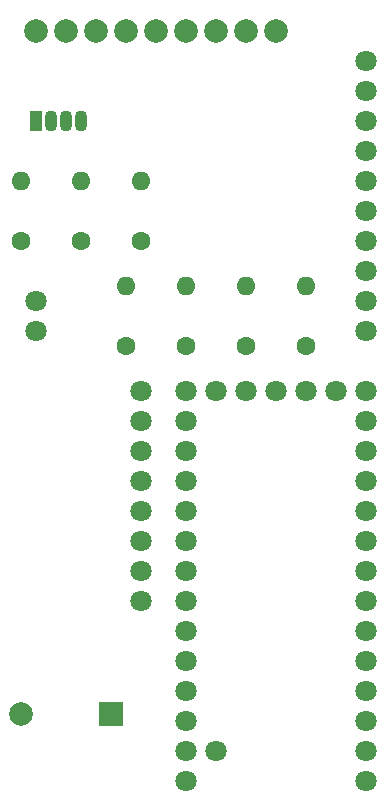
<source format=gbs>
%TF.GenerationSoftware,KiCad,Pcbnew,5.1.9*%
%TF.CreationDate,2021-04-30T01:58:32+02:00*%
%TF.ProjectId,project,70726f6a-6563-4742-9e6b-696361645f70,rev?*%
%TF.SameCoordinates,Original*%
%TF.FileFunction,Soldermask,Bot*%
%TF.FilePolarity,Negative*%
%FSLAX46Y46*%
G04 Gerber Fmt 4.6, Leading zero omitted, Abs format (unit mm)*
G04 Created by KiCad (PCBNEW 5.1.9) date 2021-04-30 01:58:32*
%MOMM*%
%LPD*%
G01*
G04 APERTURE LIST*
%ADD10C,1.800000*%
%ADD11O,1.070000X1.800000*%
%ADD12R,1.070000X1.800000*%
%ADD13C,2.000000*%
%ADD14O,1.600000X1.600000*%
%ADD15C,1.600000*%
%ADD16R,2.000000X2.000000*%
G04 APERTURE END LIST*
D10*
%TO.C,U1*%
X257810000Y-71120000D03*
X255270000Y-71120000D03*
X252730000Y-71120000D03*
X250190000Y-71120000D03*
X260350000Y-71120000D03*
X262890000Y-71120000D03*
X265430000Y-71120000D03*
X250190000Y-73660000D03*
X250190000Y-76200000D03*
X250190000Y-78740000D03*
X250190000Y-81280000D03*
X250190000Y-83820000D03*
X250190000Y-86360000D03*
X250190000Y-88900000D03*
X250190000Y-91440000D03*
X250190000Y-93980000D03*
X250190000Y-96520000D03*
X250190000Y-99060000D03*
X250190000Y-101600000D03*
X250190000Y-104140000D03*
X252730000Y-101600000D03*
X265430000Y-73660000D03*
X265430000Y-76200000D03*
X265430000Y-78740000D03*
X265430000Y-81280000D03*
X265430000Y-83820000D03*
X265430000Y-86360000D03*
X265430000Y-88900000D03*
X265430000Y-91440000D03*
X265430000Y-93980000D03*
X265430000Y-96520000D03*
X265430000Y-99060000D03*
X265430000Y-101600000D03*
X265430000Y-104140000D03*
%TD*%
D11*
%TO.C,D1*%
X241300000Y-48260000D03*
X240030000Y-48260000D03*
X238760000Y-48260000D03*
D12*
X237490000Y-48260000D03*
%TD*%
D10*
%TO.C,U3*%
X246380000Y-71120000D03*
X246380000Y-73660000D03*
X246380000Y-76200000D03*
X246380000Y-78740000D03*
X246380000Y-81280000D03*
X246380000Y-83820000D03*
X246380000Y-86360000D03*
X246380000Y-88900000D03*
%TD*%
D13*
%TO.C,U2*%
X257810000Y-40640000D03*
X255270000Y-40640000D03*
X252730000Y-40640000D03*
X250190000Y-40640000D03*
X247650000Y-40640000D03*
X245110000Y-40640000D03*
X242570000Y-40640000D03*
X240030000Y-40640000D03*
X237490000Y-40640000D03*
%TD*%
D14*
%TO.C,R5*%
X241300000Y-53340000D03*
D15*
X241300000Y-58420000D03*
%TD*%
D14*
%TO.C,R4*%
X246380000Y-53340000D03*
D15*
X246380000Y-58420000D03*
%TD*%
D14*
%TO.C,R3*%
X236220000Y-53340000D03*
D15*
X236220000Y-58420000D03*
%TD*%
D14*
%TO.C,R2*%
X255270000Y-62230000D03*
D15*
X255270000Y-67310000D03*
%TD*%
D14*
%TO.C,R1*%
X250190000Y-62230000D03*
D15*
X250190000Y-67310000D03*
%TD*%
D10*
%TO.C,J1*%
X265430000Y-66040000D03*
X265430000Y-63500000D03*
X265430000Y-60960000D03*
X265430000Y-58420000D03*
X265430000Y-55880000D03*
X265430000Y-53340000D03*
X265430000Y-50800000D03*
X265430000Y-48260000D03*
X265430000Y-45720000D03*
X265430000Y-43180000D03*
%TD*%
D14*
%TO.C,C2*%
X260350000Y-62230000D03*
D15*
X260350000Y-67310000D03*
%TD*%
D14*
%TO.C,C1*%
X245110000Y-62230000D03*
D15*
X245110000Y-67310000D03*
%TD*%
D13*
%TO.C,BZ1*%
X236220000Y-98425000D03*
D16*
X243840000Y-98425000D03*
%TD*%
D10*
%TO.C,BAT1*%
X237490000Y-63500000D03*
X237490000Y-66040000D03*
%TD*%
M02*

</source>
